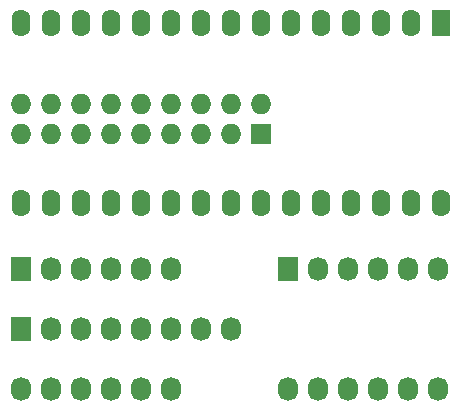
<source format=gts>
G04 #@! TF.FileFunction,Soldermask,Top*
%FSLAX46Y46*%
G04 Gerber Fmt 4.6, Leading zero omitted, Abs format (unit mm)*
G04 Created by KiCad (PCBNEW 4.0.2-stable) date 21.04.2016 21:16:34*
%MOMM*%
G01*
G04 APERTURE LIST*
%ADD10C,0.100000*%
%ADD11R,1.574800X2.286000*%
%ADD12O,1.574800X2.286000*%
%ADD13O,1.727200X2.032000*%
%ADD14R,1.727200X2.032000*%
%ADD15R,1.727200X1.727200*%
%ADD16O,1.727200X1.727200*%
G04 APERTURE END LIST*
D10*
D11*
X159004000Y-81534000D03*
D12*
X156464000Y-81534000D03*
X153924000Y-81534000D03*
X151384000Y-81534000D03*
X148844000Y-81534000D03*
X146304000Y-81534000D03*
X143764000Y-81534000D03*
X141224000Y-81534000D03*
X138684000Y-81534000D03*
X136144000Y-81534000D03*
X133604000Y-81534000D03*
X131064000Y-81534000D03*
X128524000Y-81534000D03*
X125984000Y-81534000D03*
X123444000Y-81534000D03*
X123444000Y-96774000D03*
X125984000Y-96774000D03*
X128524000Y-96774000D03*
X131064000Y-96774000D03*
X133604000Y-96774000D03*
X136144000Y-96774000D03*
X138684000Y-96774000D03*
X141224000Y-96774000D03*
X143764000Y-96774000D03*
X146304000Y-96774000D03*
X148844000Y-96774000D03*
X151384000Y-96774000D03*
X153924000Y-96774000D03*
X156464000Y-96774000D03*
X159004000Y-96774000D03*
D13*
X146050000Y-112522000D03*
X158750000Y-102362000D03*
X156210000Y-102362000D03*
X153670000Y-102362000D03*
X151130000Y-102362000D03*
X148590000Y-102362000D03*
D14*
X146050000Y-102362000D03*
D13*
X148590000Y-112522000D03*
X151130000Y-112522000D03*
X153670000Y-112522000D03*
X156210000Y-112522000D03*
X158750000Y-112522000D03*
X123444000Y-112522000D03*
X136144000Y-102362000D03*
X133604000Y-102362000D03*
X131064000Y-102362000D03*
X128524000Y-102362000D03*
X125984000Y-102362000D03*
D14*
X123444000Y-102362000D03*
D13*
X125984000Y-112522000D03*
X128524000Y-112522000D03*
X131064000Y-112522000D03*
X133604000Y-112522000D03*
X136144000Y-112522000D03*
D15*
X143764000Y-90932000D03*
D16*
X143764000Y-88392000D03*
X141224000Y-90932000D03*
X141224000Y-88392000D03*
X138684000Y-90932000D03*
X138684000Y-88392000D03*
X136144000Y-90932000D03*
X136144000Y-88392000D03*
X133604000Y-90932000D03*
X133604000Y-88392000D03*
X131064000Y-90932000D03*
X131064000Y-88392000D03*
X128524000Y-90932000D03*
X128524000Y-88392000D03*
X125984000Y-90932000D03*
X125984000Y-88392000D03*
X123444000Y-90932000D03*
X123444000Y-88392000D03*
D14*
X123444000Y-107442000D03*
D13*
X125984000Y-107442000D03*
X128524000Y-107442000D03*
X131064000Y-107442000D03*
X133604000Y-107442000D03*
X136144000Y-107442000D03*
X138684000Y-107442000D03*
X141224000Y-107442000D03*
M02*

</source>
